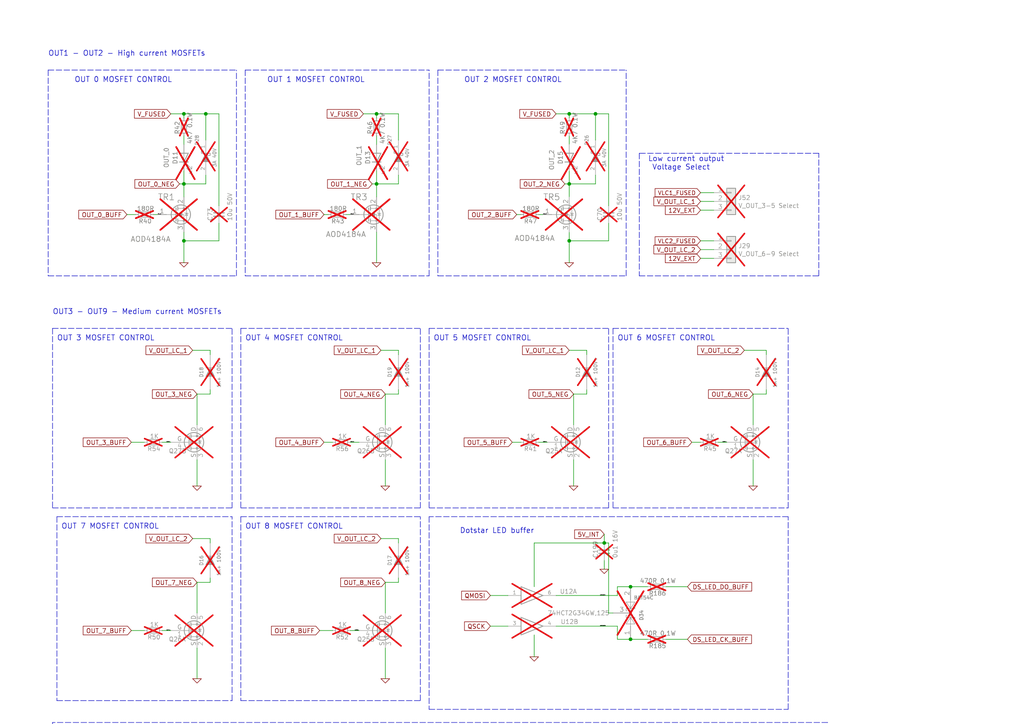
<source format=kicad_sch>
(kicad_sch (version 20250114) (generator "eeschema") (generator_version "9.0")
  (paper "A4")
  (title_block (title "Duet 3 Main Board 3DP") (date "2023-02-22") (rev "1.5") (company "3DPotter") (comment 1 "(c) 3DPotter"))
  (text "Dotstar LED buffer" (at 133.35 154.94 0) (effects (font (size 1.524 1.524)) (justify left bottom)))
  (text "OUT 0 MOSFET CONTROL" (at 21.59 24.13 0) (effects (font (size 1.524 1.524)) (justify left bottom)))
  (text "OUT 7 MOSFET CONTROL" (at 17.78 153.67 0) (effects (font (size 1.524 1.524)) (justify left bottom)))
  (text "OUT3 - OUT9 - Medium current MOSFETs" (at 15.24 91.44 0) (effects (font (size 1.524 1.524)) (justify left bottom)))
  (text "OUT 2 MOSFET CONTROL" (at 134.62 24.13 0) (effects (font (size 1.524 1.524)) (justify left bottom)))
  (text "OUT 5 MOSFET CONTROL" (at 125.73 99.06 0) (effects (font (size 1.524 1.524)) (justify left bottom)))
  (text "OUT 8 MOSFET CONTROL" (at 71.12 153.67 0) (effects (font (size 1.524 1.524)) (justify left bottom)))
  (text "OUT 6 MOSFET CONTROL" (at 179.07 99.06 0) (effects (font (size 1.524 1.524)) (justify left bottom)))
  (text "FET Drives" (at 15.24 213.36 0) (effects (font (size 1.524 1.524)) (justify left bottom)))
  (text "OUT 4 MOSFET CONTROL" (at 71.12 99.06 0) (effects (font (size 1.524 1.524)) (justify left bottom)))
  (text "OUT 3 MOSFET CONTROL" (at 16.51 99.06 0) (effects (font (size 1.524 1.524)) (justify left bottom)))
  (text "OUT 1 MOSFET CONTROL" (at 77.47 24.13 0) (effects (font (size 1.524 1.524)) (justify left bottom)))
  (text "Low current output\n Voltage Select" (at 187.96 49.53 0) (effects (font (size 1.524 1.524)) (justify left bottom)))
  (text "OUT1 - OUT2 - High current MOSFETs" (at 13.97 16.51 0) (effects (font (size 1.524 1.524)) (justify left bottom)))
  (junction (at 173.99 229.87))
  (junction (at 64.77 248.92))
  (junction (at 165.1 53.34))
  (junction (at 109.22 33.02))
  (junction (at 46.99 264.16))
  (junction (at 195.58 215.9))
  (junction (at 109.22 53.34))
  (junction (at 173.99 233.68))
  (junction (at 187.96 264.16))
  (junction (at 41.91 264.16))
  (junction (at 173.99 241.3))
  (junction (at 59.69 33.02))
  (junction (at 172.72 33.02))
  (junction (at 85.09 215.9))
  (junction (at 35.56 264.16))
  (junction (at 53.34 33.02))
  (junction (at 156.21 237.49))
  (junction (at 173.99 248.92))
  (junction (at 182.88 185.42))
  (junction (at 35.56 229.87))
  (junction (at 173.99 252.73))
  (junction (at 182.88 170.18))
  (junction (at 173.99 245.11))
  (junction (at 53.34 264.16))
  (junction (at 53.34 53.34))
  (junction (at 165.1 33.02))
  (junction (at 53.34 241.3))
  (junction (at 85.09 264.16))
  (junction (at 64.77 264.16))
  (junction (at 29.21 226.06))
  (junction (at 173.99 264.16))
  (junction (at 64.77 252.73))
  (junction (at 46.99 237.49))
  (junction (at 165.1 69.85))
  (junction (at 53.34 69.85))
  (junction (at 175.26 157.48))
  (junction (at 41.91 233.68))
  (wire (pts (xy 165.1 53.34) (xy 172.72 53.34)))
  (wire (pts (xy 187.96 170.18) (xy 182.88 170.18)))
  (wire (pts (xy 59.69 53.34) (xy 59.69 50.8)))
  (wire (pts (xy 27.94 233.68) (xy 41.91 233.68)))
  (wire (pts (xy 156.21 252.73) (xy 156.21 237.49)))
  (wire (pts (xy 29.21 254) (xy 29.21 226.06)))
  (wire (pts (xy 176.53 33.02) (xy 176.53 59.69)))
  (wire (pts (xy 27.94 229.87) (xy 35.56 229.87)))
  (wire (pts (xy 85.09 264.16) (xy 85.09 262.89)))
  (wire (pts (xy 166.37 114.3) (xy 166.37 123.19)))
  (wire (pts (xy 154.94 157.48) (xy 175.26 157.48)))
  (wire (pts (xy 27.94 237.49) (xy 46.99 237.49)))
  (wire (pts (xy 35.56 264.16) (xy 29.21 264.16)))
  (polyline (pts (xy 176.53 147.32) (xy 176.53 95.25)) (stroke (width 0) (type dash)))
  (wire (pts (xy 60.96 156.21) (xy 55.88 156.21)))
  (wire (pts (xy 115.57 168.91) (xy 115.57 167.64)))
  (wire (pts (xy 53.34 67.31) (xy 53.34 69.85)))
  (wire (pts (xy 173.99 248.92) (xy 173.99 252.73)))
  (wire (pts (xy 179.07 172.72) (xy 179.07 170.18)))
  (wire (pts (xy 38.1 128.27) (xy 41.91 128.27)))
  (wire (pts (xy 41.91 264.16) (xy 35.56 264.16)))
  (polyline (pts (xy 127 80.01) (xy 181.61 80.01)) (stroke (width 0) (type dash)))
  (wire (pts (xy 53.34 33.02) (xy 53.34 34.29)))
  (wire (pts (xy 41.91 254) (xy 41.91 233.68)))
  (wire (pts (xy 64.77 252.73) (xy 64.77 248.92)))
  (wire (pts (xy 207.01 74.93) (xy 203.2 74.93)))
  (wire (pts (xy 173.99 245.11) (xy 176.53 245.11)))
  (wire (pts (xy 57.15 168.91) (xy 60.96 168.91)))
  (polyline (pts (xy 71.12 20.32) (xy 124.46 20.32)) (stroke (width 0) (type dash)))
  (polyline (pts (xy 124.46 95.25) (xy 124.46 147.32)) (stroke (width 0) (type dash)))
  (wire (pts (xy 100.33 62.23) (xy 101.6 62.23)))
  (polyline (pts (xy 127 20.32) (xy 127 80.01)) (stroke (width 0) (type dash)))
  (wire (pts (xy 115.57 53.34) (xy 115.57 50.8)))
  (wire (pts (xy 199.39 170.18) (xy 193.04 170.18)))
  (wire (pts (xy 204.47 215.9) (xy 195.58 215.9)))
  (wire (pts (xy 35.56 229.87) (xy 66.04 229.87)))
  (wire (pts (xy 207.01 72.39) (xy 203.2 72.39)))
  (polyline (pts (xy 177.8 147.32) (xy 228.6 147.32)) (stroke (width 0) (type dash)))
  (wire (pts (xy 173.99 252.73) (xy 173.99 264.16)))
  (polyline (pts (xy 15.24 95.25) (xy 15.24 147.32)) (stroke (width 0) (type dash)))
  (wire (pts (xy 53.34 49.53) (xy 53.34 53.34)))
  (wire (pts (xy 64.77 264.16) (xy 85.09 264.16)))
  (wire (pts (xy 64.77 252.73) (xy 66.04 252.73)))
  (wire (pts (xy 109.22 33.02) (xy 109.22 34.29)))
  (wire (pts (xy 172.72 33.02) (xy 176.53 33.02)))
  (wire (pts (xy 45.72 62.23) (xy 44.45 62.23)))
  (wire (pts (xy 57.15 168.91) (xy 57.15 177.8)))
  (wire (pts (xy 191.77 215.9) (xy 195.58 215.9)))
  (wire (pts (xy 107.95 237.49) (xy 104.14 237.49)))
  (wire (pts (xy 175.26 162.56) (xy 175.26 165.1)))
  (wire (pts (xy 53.34 39.37) (xy 53.34 41.91)))
  (wire (pts (xy 115.57 157.48) (xy 115.57 156.21)))
  (wire (pts (xy 60.96 114.3) (xy 60.96 113.03)))
  (wire (pts (xy 209.55 215.9) (xy 213.36 215.9)))
  (polyline (pts (xy 69.85 149.86) (xy 69.85 203.2)) (stroke (width 0) (type dash)))
  (wire (pts (xy 172.72 40.64) (xy 172.72 33.02)))
  (wire (pts (xy 38.1 182.88) (xy 41.91 182.88)))
  (wire (pts (xy 154.94 184.15) (xy 154.94 190.5)))
  (wire (pts (xy 41.91 233.68) (xy 66.04 233.68)))
  (wire (pts (xy 173.99 241.3) (xy 173.99 245.11)))
  (polyline (pts (xy 69.85 95.25) (xy 69.85 147.32)) (stroke (width 0) (type dash)))
  (wire (pts (xy 156.21 237.49) (xy 176.53 237.49)))
  (wire (pts (xy 165.1 69.85) (xy 165.1 76.2)))
  (polyline (pts (xy 69.85 95.25) (xy 121.92 95.25)) (stroke (width 0) (type dash)))
  (polyline (pts (xy 228.6 149.86) (xy 124.46 149.86)) (stroke (width 0) (type dash)))
  (wire (pts (xy 46.99 264.16) (xy 41.91 264.16)))
  (wire (pts (xy 111.76 168.91) (xy 115.57 168.91)))
  (polyline (pts (xy 124.46 80.01) (xy 124.46 20.32)) (stroke (width 0) (type dash)))
  (polyline (pts (xy 15.24 147.32) (xy 67.31 147.32)) (stroke (width 0) (type dash)))
  (polyline (pts (xy 16.51 149.86) (xy 16.51 203.2)) (stroke (width 0) (type dash)))
  (wire (pts (xy 179.07 170.18) (xy 182.88 170.18)))
  (wire (pts (xy 165.1 67.31) (xy 165.1 69.85)))
  (wire (pts (xy 173.99 245.11) (xy 173.99 248.92)))
  (polyline (pts (xy 240.03 266.7) (xy 240.03 209.55)) (stroke (width 0) (type dash)))
  (polyline (pts (xy 240.03 209.55) (xy 15.24 209.55)) (stroke (width 0) (type dash)))
  (wire (pts (xy 156.21 257.81) (xy 156.21 264.16)))
  (wire (pts (xy 218.44 133.35) (xy 218.44 140.97)))
  (wire (pts (xy 46.99 128.27) (xy 49.53 128.27)))
  (wire (pts (xy 176.53 64.77) (xy 176.53 69.85)))
  (polyline (pts (xy 228.6 147.32) (xy 228.6 95.25)) (stroke (width 0) (type dash)))
  (polyline (pts (xy 69.85 147.32) (xy 121.92 147.32)) (stroke (width 0) (type dash)))
  (polyline (pts (xy 15.24 266.7) (xy 240.03 266.7)) (stroke (width 0) (type dash)))
  (wire (pts (xy 213.36 215.9) (xy 213.36 220.98)))
  (wire (pts (xy 115.57 102.87) (xy 115.57 101.6)))
  (wire (pts (xy 166.37 114.3) (xy 170.18 114.3)))
  (wire (pts (xy 173.99 229.87) (xy 176.53 229.87)))
  (wire (pts (xy 187.96 185.42) (xy 182.88 185.42)))
  (wire (pts (xy 107.95 229.87) (xy 104.14 229.87)))
  (polyline (pts (xy 127 20.32) (xy 181.61 20.32)) (stroke (width 0) (type dash)))
  (wire (pts (xy 60.96 101.6) (xy 55.88 101.6)))
  (wire (pts (xy 175.26 157.48) (xy 175.26 154.94)))
  (wire (pts (xy 195.58 264.16) (xy 187.96 264.16)))
  (wire (pts (xy 63.5 69.85) (xy 53.34 69.85)))
  (wire (pts (xy 170.18 114.3) (xy 170.18 113.03)))
  (wire (pts (xy 57.15 187.96) (xy 57.15 196.85)))
  (wire (pts (xy 36.83 62.23) (xy 39.37 62.23)))
  (wire (pts (xy 203.2 55.88) (xy 207.01 55.88)))
  (wire (pts (xy 115.57 156.21) (xy 110.49 156.21)))
  (wire (pts (xy 109.22 49.53) (xy 109.22 53.34)))
  (wire (pts (xy 170.18 102.87) (xy 170.18 101.6)))
  (wire (pts (xy 115.57 114.3) (xy 115.57 113.03)))
  (wire (pts (xy 92.71 182.88) (xy 96.52 182.88)))
  (wire (pts (xy 173.99 252.73) (xy 176.53 252.73)))
  (wire (pts (xy 85.09 215.9) (xy 92.71 215.9)))
  (wire (pts (xy 156.21 128.27) (xy 158.75 128.27)))
  (wire (pts (xy 115.57 40.64) (xy 115.57 33.02)))
  (wire (pts (xy 172.72 53.34) (xy 172.72 50.8)))
  (polyline (pts (xy 71.12 20.32) (xy 71.12 80.01)) (stroke (width 0) (type dash)))
  (wire (pts (xy 111.76 114.3) (xy 115.57 114.3)))
  (polyline (pts (xy 69.85 203.2) (xy 121.92 203.2)) (stroke (width 0) (type dash)))
  (wire (pts (xy 107.95 233.68) (xy 104.14 233.68)))
  (wire (pts (xy 35.56 254) (xy 35.56 229.87)))
  (wire (pts (xy 101.6 128.27) (xy 104.14 128.27)))
  (wire (pts (xy 63.5 33.02) (xy 63.5 59.69)))
  (wire (pts (xy 173.99 226.06) (xy 173.99 229.87)))
  (wire (pts (xy 149.86 62.23) (xy 151.13 62.23)))
  (wire (pts (xy 176.53 177.8) (xy 177.8 177.8)))
  (wire (pts (xy 173.99 229.87) (xy 173.99 233.68)))
  (wire (pts (xy 60.96 168.91) (xy 60.96 167.64)))
  (polyline (pts (xy 124.46 205.74) (xy 228.6 205.74)) (stroke (width 0) (type dash)))
  (wire (pts (xy 157.48 62.23) (xy 156.21 62.23)))
  (wire (pts (xy 173.99 226.06) (xy 176.53 226.06)))
  (wire (pts (xy 176.53 69.85) (xy 165.1 69.85)))
  (wire (pts (xy 76.2 215.9) (xy 85.09 215.9)))
  (polyline (pts (xy 16.51 149.86) (xy 67.31 149.86)) (stroke (width 0) (type dash)))
  (wire (pts (xy 161.29 172.72) (xy 179.07 172.72)))
  (wire (pts (xy 207.01 58.42) (xy 203.2 58.42)))
  (polyline (pts (xy 124.46 147.32) (xy 176.53 147.32)) (stroke (width 0) (type dash)))
  (wire (pts (xy 179.07 185.42) (xy 182.88 185.42)))
  (wire (pts (xy 218.44 114.3) (xy 222.25 114.3)))
  (wire (pts (xy 53.34 57.15) (xy 53.34 53.34)))
  (wire (pts (xy 222.25 101.6) (xy 215.9 101.6)))
  (polyline (pts (xy 185.42 80.01) (xy 237.49 80.01)) (stroke (width 0) (type dash)))
  (wire (pts (xy 115.57 101.6) (xy 110.49 101.6)))
  (wire (pts (xy 179.07 181.61) (xy 179.07 185.42)))
  (wire (pts (xy 214.63 237.49) (xy 224.79 237.49)))
  (polyline (pts (xy 124.46 95.25) (xy 176.53 95.25)) (stroke (width 0) (type dash)))
  (wire (pts (xy 111.76 168.91) (xy 111.76 177.8)))
  (wire (pts (xy 27.94 226.06) (xy 29.21 226.06)))
  (wire (pts (xy 46.99 254) (xy 46.99 237.49)))
  (polyline (pts (xy 15.24 95.25) (xy 67.31 95.25)) (stroke (width 0) (type dash)))
  (wire (pts (xy 59.69 33.02) (xy 63.5 33.02)))
  (wire (pts (xy 107.95 226.06) (xy 104.14 226.06)))
  (wire (pts (xy 173.99 233.68) (xy 173.99 241.3)))
  (polyline (pts (xy 13.97 80.01) (xy 68.58 80.01)) (stroke (width 0) (type dash)))
  (wire (pts (xy 195.58 264.16) (xy 195.58 262.89)))
  (wire (pts (xy 156.21 264.16) (xy 173.99 264.16)))
  (polyline (pts (xy 121.92 147.32) (xy 121.92 95.25)) (stroke (width 0) (type dash)))
  (wire (pts (xy 109.22 67.31) (xy 109.22 76.2)))
  (polyline (pts (xy 15.24 209.55) (xy 15.24 266.7)) (stroke (width 0) (type dash)))
  (wire (pts (xy 109.22 53.34) (xy 107.95 53.34)))
  (wire (pts (xy 57.15 133.35) (xy 57.15 140.97)))
  (polyline (pts (xy 68.58 80.01) (xy 68.58 20.32)) (stroke (width 0) (type dash)))
  (wire (pts (xy 170.18 101.6) (xy 165.1 101.6)))
  (polyline (pts (xy 16.51 203.2) (xy 67.31 203.2)) (stroke (width 0) (type dash)))
  (polyline (pts (xy 67.31 147.32) (xy 67.31 95.25)) (stroke (width 0) (type dash)))
  (polyline (pts (xy 121.92 203.2) (xy 121.92 149.86)) (stroke (width 0) (type dash)))
  (wire (pts (xy 111.76 114.3) (xy 111.76 123.19)))
  (polyline (pts (xy 71.12 80.01) (xy 124.46 80.01)) (stroke (width 0) (type dash)))
  (wire (pts (xy 101.6 215.9) (xy 101.6 220.98)))
  (wire (pts (xy 64.77 245.11) (xy 66.04 245.11)))
  (wire (pts (xy 207.01 60.96) (xy 203.2 60.96)))
  (wire (pts (xy 137.16 237.49) (xy 156.21 237.49)))
  (wire (pts (xy 165.1 57.15) (xy 165.1 53.34)))
  (wire (pts (xy 161.29 181.61) (xy 179.07 181.61)))
  (wire (pts (xy 59.69 40.64) (xy 59.69 33.02)))
  (wire (pts (xy 175.26 157.48) (xy 176.53 157.48)))
  (wire (pts (xy 218.44 114.3) (xy 218.44 123.19)))
  (wire (pts (xy 200.66 128.27) (xy 203.2 128.27)))
  (wire (pts (xy 208.28 128.27) (xy 210.82 128.27)))
  (wire (pts (xy 97.79 215.9) (xy 101.6 215.9)))
  (wire (pts (xy 111.76 133.35) (xy 111.76 140.97)))
  (wire (pts (xy 142.24 181.61) (xy 147.32 181.61)))
  (wire (pts (xy 165.1 53.34) (xy 163.83 53.34)))
  (polyline (pts (xy 185.42 44.45) (xy 185.42 80.01)) (stroke (width 0) (type dash)))
  (wire (pts (xy 60.96 157.48) (xy 60.96 156.21)))
  (wire (pts (xy 29.21 259.08) (xy 29.21 264.16)))
  (wire (pts (xy 161.29 33.02) (xy 165.1 33.02)))
  (wire (pts (xy 154.94 157.48) (xy 154.94 170.18)))
  (wire (pts (xy 109.22 33.02) (xy 115.57 33.02)))
  (wire (pts (xy 46.99 237.49) (xy 66.04 237.49)))
  (wire (pts (xy 93.98 62.23) (xy 95.25 62.23)))
  (wire (pts (xy 165.1 49.53) (xy 165.1 53.34)))
  (wire (pts (xy 222.25 102.87) (xy 222.25 101.6)))
  (polyline (pts (xy 177.8 95.25) (xy 228.6 95.25)) (stroke (width 0) (type dash)))
  (wire (pts (xy 66.04 248.92) (xy 64.77 248.92)))
  (wire (pts (xy 57.15 114.3) (xy 57.15 123.19)))
  (wire (pts (xy 203.2 69.85) (xy 207.01 69.85)))
  (wire (pts (xy 53.34 264.16) (xy 46.99 264.16)))
  (wire (pts (xy 53.34 53.34) (xy 52.07 53.34)))
  (wire (pts (xy 53.34 254) (xy 53.34 241.3)))
  (wire (pts (xy 165.1 33.02) (xy 165.1 34.29)))
  (wire (pts (xy 105.41 33.02) (xy 109.22 33.02)))
  (polyline (pts (xy 237.49 44.45) (xy 185.42 44.45)) (stroke (width 0) (type dash)))
  (wire (pts (xy 173.99 264.16) (xy 187.96 264.16)))
  (wire (pts (xy 35.56 259.08) (xy 35.56 264.16)))
  (wire (pts (xy 85.09 265.43) (xy 85.09 264.16)))
  (wire (pts (xy 109.22 57.15) (xy 109.22 53.34)))
  (wire (pts (xy 41.91 259.08) (xy 41.91 264.16)))
  (wire (pts (xy 165.1 33.02) (xy 172.72 33.02)))
  (wire (pts (xy 29.21 226.06) (xy 66.04 226.06)))
  (wire (pts (xy 109.22 53.34) (xy 115.57 53.34)))
  (wire (pts (xy 46.99 182.88) (xy 49.53 182.88)))
  (wire (pts (xy 53.34 264.16) (xy 64.77 264.16)))
  (polyline (pts (xy 69.85 149.86) (xy 121.92 149.86)) (stroke (width 0) (type dash)))
  (wire (pts (xy 64.77 252.73) (xy 64.77 264.16)))
  (polyline (pts (xy 67.31 203.2) (xy 67.31 149.86)) (stroke (width 0) (type dash)))
  (polyline (pts (xy 237.49 80.01) (xy 237.49 44.45)) (stroke (width 0) (type dash)))
  (wire (pts (xy 64.77 248.92) (xy 64.77 245.11)))
  (wire (pts (xy 142.24 172.72) (xy 147.32 172.72)))
  (wire (pts (xy 60.96 102.87) (xy 60.96 101.6)))
  (wire (pts (xy 53.34 53.34) (xy 59.69 53.34)))
  (wire (pts (xy 109.22 39.37) (xy 109.22 41.91)))
  (wire (pts (xy 187.96 265.43) (xy 187.96 264.16)))
  (wire (pts (xy 111.76 187.96) (xy 111.76 196.85)))
  (wire (pts (xy 53.34 241.3) (xy 66.04 241.3)))
  (polyline (pts (xy 177.8 95.25) (xy 177.8 147.32)) (stroke (width 0) (type dash)))
  (wire (pts (xy 166.37 133.35) (xy 166.37 140.97)))
  (polyline (pts (xy 228.6 205.74) (xy 228.6 149.86)) (stroke (width 0) (type dash)))
  (polyline (pts (xy 13.97 20.32) (xy 13.97 80.01)) (stroke (width 0) (type dash)))
  (wire (pts (xy 222.25 114.3) (xy 222.25 113.03)))
  (wire (pts (xy 53.34 259.08) (xy 53.34 264.16)))
  (wire (pts (xy 176.53 248.92) (xy 173.99 248.92)))
  (wire (pts (xy 165.1 39.37) (xy 165.1 41.91)))
  (wire (pts (xy 173.99 241.3) (xy 176.53 241.3)))
  (wire (pts (xy 176.53 157.48) (xy 176.53 177.8)))
  (wire (pts (xy 199.39 185.42) (xy 193.04 185.42)))
  (wire (pts (xy 57.15 114.3) (xy 60.96 114.3)))
  (wire (pts (xy 49.53 33.02) (xy 53.34 33.02)))
  (wire (pts (xy 53.34 33.02) (xy 59.69 33.02)))
  (wire (pts (xy 46.99 259.08) (xy 46.99 264.16)))
  (wire (pts (xy 101.6 182.88) (xy 104.14 182.88)))
  (wire (pts (xy 148.59 128.27) (xy 151.13 128.27)))
  (wire (pts (xy 63.5 64.77) (xy 63.5 69.85)))
  (wire (pts (xy 107.95 241.3) (xy 104.14 241.3)))
  (wire (pts (xy 173.99 233.68) (xy 176.53 233.68)))
  (wire (pts (xy 53.34 69.85) (xy 53.34 76.2)))
  (polyline (pts (xy 181.61 80.01) (xy 181.61 20.32)) (stroke (width 0) (type dash)))
  (wire (pts (xy 27.94 241.3) (xy 53.34 241.3)))
  (polyline (pts (xy 124.46 149.86) (xy 124.46 205.74)) (stroke (width 0) (type dash)))
  (polyline (pts (xy 13.97 20.32) (xy 68.58 20.32)) (stroke (width 0) (type dash)))
  (wire (pts (xy 93.98 128.27) (xy 96.52 128.27)))
  (label "out3_g" (at 48.26 128.27 0) (effects (font (size 0.2032 0.2032))))
  (label "TR1_G" (at 45.72 62.23 0) (effects (font (size 0.2032 0.2032))))
  (label "out8_g" (at 102.87 182.88 0) (effects (font (size 0.2032 0.2032))))
  (label "U12_OUTB" (at 173.99 181.61 0) (effects (font (size 0.2032 0.2032))))
  (label "out7_g" (at 48.26 182.88 0) (effects (font (size 0.2032 0.2032))))
  (label "U12_OUTA" (at 173.99 172.72 0) (effects (font (size 0.2032 0.2032))))
  (label "TR3_G" (at 101.6 62.23 0) (effects (font (size 0.2032 0.2032))))
  (label "TR5_G" (at 157.48 62.23 0) (effects (font (size 0.2032 0.2032))))
  (label "out6_g" (at 209.55 128.27 0) (effects (font (size 0.2032 0.2032))))
  (label "out4_g" (at 101.6 128.27 0) (effects (font (size 0.2032 0.2032))))
  (label "out5_g" (at 157.48 128.27 0) (effects (font (size 0.2032 0.2032))))
  (global_label "QMOSI" (shape input) (at 142.24 172.72 180) (property "Intersheetrefs" "${INTERSHEET_REFS}" (effects (hide yes))))
  (global_label "DS_LED_DO_BUFF" (shape input) (at 199.39 170.18 0) (property "Intersheetrefs" "${INTERSHEET_REFS}" (effects (hide yes))))
  (global_label "OUT_6_BUFF" (shape input) (at 107.95 226.06 0) (property "Intersheetrefs" "${INTERSHEET_REFS}" (effects (hide yes))))
  (global_label "OUT_1_BUFF" (shape input) (at 107.95 241.3 0) (property "Intersheetrefs" "${INTERSHEET_REFS}" (effects (hide yes))))
  (global_label "OUT_6_NEG" (shape input) (at 218.44 114.3 180) (property "Intersheetrefs" "${INTERSHEET_REFS}" (effects (hide yes))))
  (global_label "OUT_8_BUFF" (shape input) (at 92.71 182.88 180) (property "Intersheetrefs" "${INTERSHEET_REFS}" (effects (hide yes))))
  (global_label "V_FUSED" (shape input) (at 161.29 33.02 180) (property "Intersheetrefs" "${INTERSHEET_REFS}" (effects (hide yes))))
  (global_label "VFD_BUFF" (shape input) (at 224.79 237.49 0) (property "Intersheetrefs" "${INTERSHEET_REFS}" (effects (hide yes))))
  (global_label "5V_INT" (shape input) (at 76.2 215.9 180) (property "Intersheetrefs" "${INTERSHEET_REFS}" (effects (hide yes))))
  (global_label "OUT_4_BUFF" (shape input) (at 107.95 229.87 0) (property "Intersheetrefs" "${INTERSHEET_REFS}" (effects (hide yes))))
  (global_label "OUT_4_BUFF" (shape input) (at 93.98 128.27 180) (property "Intersheetrefs" "${INTERSHEET_REFS}" (effects (hide yes))))
  (global_label "12V_EXT" (shape input) (at 203.2 74.93 180) (property "Intersheetrefs" "${INTERSHEET_REFS}" (effects (hide yes))))
  (global_label "OUT_5_NEG" (shape input) (at 166.37 114.3 180) (property "Intersheetrefs" "${INTERSHEET_REFS}" (effects (hide yes))))
  (global_label "V_OUT_LC_1" (shape input) (at 110.49 101.6 180) (property "Intersheetrefs" "${INTERSHEET_REFS}" (effects (hide yes))))
  (global_label "OUT_2" (shape input) (at 27.94 237.49 180) (property "Intersheetrefs" "${INTERSHEET_REFS}" (effects (hide yes))))
  (global_label "OUT_5_BUFF" (shape input) (at 148.59 128.27 180) (property "Intersheetrefs" "${INTERSHEET_REFS}" (effects (hide yes))))
  (global_label "V_OUT_LC_2" (shape input) (at 110.49 156.21 180) (property "Intersheetrefs" "${INTERSHEET_REFS}" (effects (hide yes))))
  (global_label "QSCK" (shape input) (at 142.24 181.61 180) (property "Intersheetrefs" "${INTERSHEET_REFS}" (effects (hide yes))))
  (global_label "VLC2_FUSED" (shape input) (at 203.2 69.85 180) (effects (font (size 1.1938 1.1938))) (property "Intersheetrefs" "${INTERSHEET_REFS}" (effects (hide yes))))
  (global_label "V_OUT_LC_2" (shape input) (at 55.88 156.21 180) (property "Intersheetrefs" "${INTERSHEET_REFS}" (effects (hide yes))))
  (global_label "OUT_1_BUFF" (shape input) (at 93.98 62.23 180) (property "Intersheetrefs" "${INTERSHEET_REFS}" (effects (hide yes))))
  (global_label "OUT_6" (shape input) (at 27.94 226.06 180) (property "Intersheetrefs" "${INTERSHEET_REFS}" (effects (hide yes))))
  (global_label "OUT_7_NEG" (shape input) (at 57.15 168.91 180) (property "Intersheetrefs" "${INTERSHEET_REFS}" (effects (hide yes))))
  (global_label "OUT_2_BUFF" (shape input) (at 107.95 237.49 0) (property "Intersheetrefs" "${INTERSHEET_REFS}" (effects (hide yes))))
  (global_label "OUT_2_NEG" (shape input) (at 163.83 53.34 180) (property "Intersheetrefs" "${INTERSHEET_REFS}" (effects (hide yes))))
  (global_label "DS_LED_CK_BUFF" (shape input) (at 199.39 185.42 0) (property "Intersheetrefs" "${INTERSHEET_REFS}" (effects (hide yes))))
  (global_label "OUT_3_BUFF" (shape input) (at 38.1 128.27 180) (property "Intersheetrefs" "${INTERSHEET_REFS}" (effects (hide yes))))
  (global_label "OUT_2_BUFF" (shape input) (at 149.86 62.23 180) (property "Intersheetrefs" "${INTERSHEET_REFS}" (effects (hide yes))))
  (global_label "OUT_3_BUFF" (shape input) (at 107.95 233.68 0) (property "Intersheetrefs" "${INTERSHEET_REFS}" (effects (hide yes))))
  (global_label "V_OUT_LC_2" (shape input) (at 203.2 72.39 180) (property "Intersheetrefs" "${INTERSHEET_REFS}" (effects (hide yes))))
  (global_label "V_OUT_LC_1" (shape input) (at 55.88 101.6 180) (property "Intersheetrefs" "${INTERSHEET_REFS}" (effects (hide yes))))
  (global_label "OUT_6_BUFF" (shape input) (at 200.66 128.27 180) (property "Intersheetrefs" "${INTERSHEET_REFS}" (effects (hide yes))))
  (global_label "5V_INT" (shape input) (at 191.77 215.9 180) (property "Intersheetrefs" "${INTERSHEET_REFS}" (effects (hide yes))))
  (global_label "V_FUSED" (shape input) (at 49.53 33.02 180) (property "Intersheetrefs" "${INTERSHEET_REFS}" (effects (hide yes))))
  (global_label "V_OUT_LC_1" (shape input) (at 203.2 58.42 180) (property "Intersheetrefs" "${INTERSHEET_REFS}" (effects (hide yes))))
  (global_label "VLC1_FUSED" (shape input) (at 203.2 55.88 180) (effects (font (size 1.1938 1.1938))) (property "Intersheetrefs" "${INTERSHEET_REFS}" (effects (hide yes))))
  (global_label "V_FUSED" (shape input) (at 105.41 33.02 180) (property "Intersheetrefs" "${INTERSHEET_REFS}" (effects (hide yes))))
  (global_label "OUT_4_NEG" (shape input) (at 111.76 114.3 180) (property "Intersheetrefs" "${INTERSHEET_REFS}" (effects (hide yes))))
  (global_label "OUT_0_BUFF" (shape input) (at 36.83 62.23 180) (property "Intersheetrefs" "${INTERSHEET_REFS}" (effects (hide yes))))
  (global_label "OUT_3_NEG" (shape input) (at 57.15 114.3 180) (property "Intersheetrefs" "${INTERSHEET_REFS}" (effects (hide yes))))
  (global_label "VFD" (shape input) (at 137.16 237.49 180) (property "Intersheetrefs" "${INTERSHEET_REFS}" (effects (hide yes))))
  (global_label "OUT_8_NEG" (shape input) (at 111.76 168.91 180) (property "Intersheetrefs" "${INTERSHEET_REFS}" (effects (hide yes))))
  (global_label "OUT_1" (shape input) (at 27.94 241.3 180) (property "Intersheetrefs" "${INTERSHEET_REFS}" (effects (hide yes))))
  (global_label "OUT_7_BUFF" (shape input) (at 38.1 182.88 180) (property "Intersheetrefs" "${INTERSHEET_REFS}" (effects (hide yes))))
  (global_label "OUT_1_NEG" (shape input) (at 107.95 53.34 180) (property "Intersheetrefs" "${INTERSHEET_REFS}" (effects (hide yes))))
  (global_label "V_OUT_LC_2" (shape input) (at 215.9 101.6 180) (property "Intersheetrefs" "${INTERSHEET_REFS}" (effects (hide yes))))
  (global_label "5V_INT" (shape input) (at 175.26 154.94 180) (property "Intersheetrefs" "${INTERSHEET_REFS}" (effects (hide yes))))
  (global_label "V_OUT_LC_1" (shape input) (at 165.1 101.6 180) (property "Intersheetrefs" "${INTERSHEET_REFS}" (effects (hide yes))))
  (global_label "12V_EXT" (shape input) (at 203.2 60.96 180) (property "Intersheetrefs" "${INTERSHEET_REFS}" (effects (hide yes))))
  (global_label "OUT_3" (shape input) (at 27.94 233.68 180) (property "Intersheetrefs" "${INTERSHEET_REFS}" (effects (hide yes))))
  (global_label "OUT_4" (shape input) (at 27.94 229.87 180) (property "Intersheetrefs" "${INTERSHEET_REFS}" (effects (hide yes))))
  (global_label "OUT_0_NEG" (shape input) (at 52.07 53.34 180) (property "Intersheetrefs" "${INTERSHEET_REFS}" (effects (hide yes))))
  (symbol (lib_name "GND_9") (lib_id "Duet3:GND") (at 166.37 140.97 0) (unit 1)
    (property "Reference" "#PWR055" (effects (hide yes)))
    (property "Value" "GND" (effects (hide yes)))
  )
  (symbol (lib_id "Device:R_Small") (at 46.99 256.54 180) (unit 1) (in_bom no) (on_board no) (dnp yes)
    (property "Reference" "R39" (at 45.085 256.7432 90))
    (property "Value" "10K" (at 48.7172 256.8448 90))
    (property "Footprint" "Resistor_SMD:R_0402_1005Metric_Wbry" (effects (hide yes)))
    (property "Datasheet" "~" (at 46.99 256.54 0) (effects (font (size 1.524 1.524))))
    (property "Part Number" "RMCS0402FT10K0" (effects (hide yes)))
  )
  (symbol (lib_id "Device:R_Small") (at 153.67 128.27 270) (unit 1) (in_bom no) (on_board no) (dnp yes)
    (property "Reference" "R41" (at 153.8732 130.175 90))
    (property "Value" "1K" (at 153.9748 126.5428 90))
    (property "Footprint" "Resistor_SMD:R_0402_1005Metric_Wbry" (effects (hide yes)))
    (property "Datasheet" "~" (at 153.67 128.27 0) (effects (font (size 1.524 1.524))))
    (property "Part Number" "RC0402FR-131KL" (effects (hide yes)))
  )
  (symbol (lib_id "Duet3:DIODE") (at 170.18 107.95 90) (unit 1) (in_bom no) (on_board no) (dnp yes)
    (property "Reference" "D12" (at 167.64 107.95 0) (effects (font (size 1.016 1.016))))
    (property "Value" "1A+ 100V+" (at 172.72 107.95 0) (effects (font (size 1.016 1.016))))
    (property "Footprint" "complib:DO-219AB" (effects (hide yes)))
    (property "Part Number" "VS-1EFH02HM3/I /  ES1CL RVG" (effects (hide yes)))
  )
  (symbol (lib_id "Device:C_Small") (at 95.25 215.9 90) (unit 1) (in_bom no) (on_board no) (dnp yes)
    (property "Reference" "C71" (at 97.155 218.44 90) (effects (justify left)))
    (property "Value" "0u1 16V" (at 97.155 212.725 90) (effects (justify left)))
    (property "Footprint" "Capacitor_SMD:C_0402_1005Metric_Wbry" (effects (hide yes)))
    (property "Part Number" "0402YC104KAT2A" (effects (hide yes)))
  )
  (symbol (lib_name "GND_6") (lib_id "Duet3:GND") (at 101.6 220.98 0) (unit 1)
    (property "Reference" "#PWR057" (effects (hide yes)))
    (property "Value" "GND" (effects (hide yes)))
  )
  (symbol (lib_name "GND_11") (lib_id "Duet3:GND") (at 218.44 140.97 0) (unit 1)
    (property "Reference" "#PWR059" (effects (hide yes)))
    (property "Value" "GND" (effects (hide yes)))
  )
  (symbol (lib_id "Device:R_Small") (at 205.74 128.27 270) (unit 1) (in_bom no) (on_board no) (dnp yes)
    (property "Reference" "R45" (at 205.9432 130.175 90))
    (property "Value" "1K" (at 206.0448 126.5428 90))
    (property "Footprint" "Resistor_SMD:R_0402_1005Metric_Wbry" (effects (hide yes)))
    (property "Datasheet" "~" (at 205.74 128.27 0) (effects (font (size 1.524 1.524))))
    (property "Part Number" "RC0402FR-131KL" (effects (hide yes)))
  )
  (symbol (lib_id "Duet3:DIODE") (at 222.25 107.95 90) (unit 1) (in_bom no) (on_board no) (dnp yes)
    (property "Reference" "D14" (at 219.71 107.95 0) (effects (font (size 1.016 1.016))))
    (property "Value" "1A+ 100V+" (at 224.79 107.95 0) (effects (font (size 1.016 1.016))))
    (property "Footprint" "complib:DO-219AB" (effects (hide yes)))
    (property "Part Number" "VS-1EFH02HM3/I /  ES1CL RVG" (effects (hide yes)))
  )
  (symbol (lib_name "GND_3") (lib_id "Duet3:GND") (at 57.15 196.85 0) (unit 1)
    (property "Reference" "#PWR061" (effects (hide yes)))
    (property "Value" "GND" (effects (hide yes)))
  )
  (symbol (lib_id "Device:R_Small") (at 44.45 182.88 270) (unit 1) (in_bom no) (on_board no) (dnp yes)
    (property "Reference" "R50" (at 44.6532 184.785 90))
    (property "Value" "1K" (at 44.7548 181.1528 90))
    (property "Footprint" "Resistor_SMD:R_0402_1005Metric_Wbry" (effects (hide yes)))
    (property "Datasheet" "~" (at 44.45 182.88 0) (effects (font (size 1.524 1.524))))
    (property "Part Number" "RC0402FR-131KL" (effects (hide yes)))
  )
  (symbol (lib_id "Duet3:DIODE") (at 60.96 162.56 90) (unit 1) (in_bom no) (on_board no) (dnp yes)
    (property "Reference" "D16" (at 58.42 162.56 0) (effects (font (size 1.016 1.016))))
    (property "Value" "1A+ 100V+" (at 63.5 162.56 0) (effects (font (size 1.016 1.016))))
    (property "Footprint" "complib:DO-219AB" (effects (hide yes)))
    (property "Part Number" "VS-1EFH02HM3/I /  ES1CL RVG" (effects (hide yes)))
  )
  (symbol (lib_name "GND_5") (lib_id "Duet3:GND") (at 111.76 196.85 0) (unit 1)
    (property "Reference" "#PWR062" (effects (hide yes)))
    (property "Value" "GND" (effects (hide yes)))
  )
  (symbol (lib_id "Device:R_Small") (at 99.06 182.88 270) (unit 1) (in_bom no) (on_board no) (dnp yes)
    (property "Reference" "R52" (at 99.2632 184.785 90))
    (property "Value" "1K" (at 99.3648 181.1528 90))
    (property "Footprint" "Resistor_SMD:R_0402_1005Metric_Wbry" (effects (hide yes)))
    (property "Datasheet" "~" (at 99.06 182.88 0) (effects (font (size 1.524 1.524))))
    (property "Part Number" "RC0402FR-131KL" (effects (hide yes)))
  )
  (symbol (lib_id "Duet3:DIODE") (at 115.57 162.56 90) (unit 1) (in_bom no) (on_board no) (dnp yes)
    (property "Reference" "D17" (at 113.03 162.56 0) (effects (font (size 1.016 1.016))))
    (property "Value" "1A+ 100V+" (at 118.11 162.56 0) (effects (font (size 1.016 1.016))))
    (property "Footprint" "complib:DO-219AB" (effects (hide yes)))
    (property "Part Number" "VS-1EFH02HM3/I /  ES1CL RVG" (effects (hide yes)))
  )
  (symbol (lib_name "GND_14") (lib_id "Duet3:GND") (at 57.15 140.97 0) (unit 1)
    (property "Reference" "#PWR063" (effects (hide yes)))
    (property "Value" "GND" (effects (hide yes)))
  )
  (symbol (lib_id "Device:R_Small") (at 156.21 255.27 180) (unit 1)
    (property "Reference" "R53" (at 154.305 255.4732 90))
    (property "Value" "10K" (at 157.9372 255.5748 90))
    (property "Footprint" "Resistor_SMD:R_0402_1005Metric_Wbry" (effects (hide yes)))
    (property "Datasheet" "~" (at 156.21 255.27 0) (effects (font (size 1.524 1.524))))
    (property "Part Number" "AC0402FR-0710KL" (effects (hide yes)))
    (property "LCSC" "C144807" (effects (hide yes)))
  )
  (symbol (lib_id "Device:R_Small") (at 44.45 128.27 270) (unit 1) (in_bom no) (on_board no) (dnp yes)
    (property "Reference" "R54" (at 44.6532 130.175 90))
    (property "Value" "1K" (at 44.7548 126.5428 90))
    (property "Footprint" "Resistor_SMD:R_0402_1005Metric_Wbry" (effects (hide yes)))
    (property "Datasheet" "~" (at 44.45 128.27 0) (effects (font (size 1.524 1.524))))
    (property "Part Number" "RC0402FR-131KL" (effects (hide yes)))
  )
  (symbol (lib_id "Duet3:DIODE") (at 60.96 107.95 90) (unit 1) (in_bom no) (on_board no) (dnp yes)
    (property "Reference" "D18" (at 58.42 107.95 0) (effects (font (size 1.016 1.016))))
    (property "Value" "1A+ 100V+" (at 63.5 107.95 0) (effects (font (size 1.016 1.016))))
    (property "Footprint" "complib:DO-219AB" (effects (hide yes)))
    (property "Part Number" "VS-1EFH02HM3/I /  ES1CL RVG" (effects (hide yes)))
  )
  (symbol (lib_name "GND_13") (lib_id "Duet3:GND") (at 111.76 140.97 0) (unit 1)
    (property "Reference" "#PWR064" (effects (hide yes)))
    (property "Value" "GND" (effects (hide yes)))
  )
  (symbol (lib_id "Device:R_Small") (at 99.06 128.27 270) (unit 1) (in_bom no) (on_board no) (dnp yes)
    (property "Reference" "R56" (at 99.2632 130.175 90))
    (property "Value" "1K" (at 99.3648 126.5428 90))
    (property "Footprint" "Resistor_SMD:R_0402_1005Metric_Wbry" (effects (hide yes)))
    (property "Datasheet" "~" (at 99.06 128.27 0) (effects (font (size 1.524 1.524))))
    (property "Part Number" "RC0402FR-131KL" (effects (hide yes)))
  )
  (symbol (lib_id "Duet3:DIODE") (at 115.57 107.95 90) (unit 1) (in_bom no) (on_board no) (dnp yes)
    (property "Reference" "D19" (at 113.03 107.95 0) (effects (font (size 1.016 1.016))))
    (property "Value" "1A+ 100V+" (at 118.11 107.95 0) (effects (font (size 1.016 1.016))))
    (property "Footprint" "complib:DO-219AB" (effects (hide yes)))
    (property "Part Number" "VS-1EFH02HM3/I /  ES1CL RVG" (effects (hide yes)))
  )
  (symbol (lib_id "Device:Q_NMOS_GDS") (at 50.8 62.23 0) (unit 1) (in_bom no) (on_board no) (dnp yes)
    (property "Reference" "TR1" (at 48.26 57.15 0) (effects (font (size 1.778 1.778))))
    (property "Value" "AOD4184A" (at 43.688 69.342 0) (effects (font (size 1.524 1.524))))
    (property "Footprint" "Package_TO_SOT_SMD:TO-252-2_vias" (effects (hide yes)))
    (property "Part Number" "AOD66406 / AOD4184A " (effects (hide yes)))
  )
  (symbol (lib_id "Duet3:GND") (at 53.34 76.2 0) (unit 1)
    (property "Reference" "#PWR054" (effects (hide yes)))
    (property "Value" "GND" (effects (hide yes)))
  )
  (symbol (lib_id "Device:R_Small") (at 41.91 62.23 270) (unit 1) (in_bom no) (on_board no) (dnp yes)
    (property "Reference" "R40" (at 42.1132 64.135 90))
    (property "Value" "180R" (at 42.2148 60.5028 90))
    (property "Footprint" "Resistor_SMD:R_0402_1005Metric_Wbry" (effects (hide yes)))
    (property "Datasheet" "~" (at 41.91 62.23 0) (effects (font (size 1.524 1.524))))
    (property "Part Number" "RMCF0402FT180R" (effects (hide yes)))
  )
  (symbol (lib_id "Device:C_Small") (at 176.53 62.23 0) (unit 1) (in_bom no) (on_board no) (dnp yes)
    (property "Reference" "C70" (at 173.99 64.135 90) (effects (justify left)))
    (property "Value" "10u 50V" (at 179.705 64.135 90) (effects (justify left)))
    (property "Footprint" "Capacitor_SMD:C_1206_3216Metric" (effects (hide yes)))
    (property "Part Number" "CL31A106KBHNNNE" (effects (hide yes)))
  )
  (symbol (lib_id "Device:LED") (at 53.34 45.72 90) (unit 1) (in_bom no) (on_board no) (dnp yes)
    (property "Reference" "D11" (at 50.8 45.72 0))
    (property "Value" "OUT_0" (at 48.26 45.72 0))
    (property "Footprint" "LED_SMD:LED_0603_1608Metric" (effects (hide yes)))
    (property "Part Number" "150060RS75000 or equivalent Red" (effects (hide yes)))
  )
  (symbol (lib_id "Device:R_Small") (at 53.34 36.83 180) (unit 1) (in_bom no) (on_board no) (dnp yes)
    (property "Reference" "R42" (at 51.435 37.0332 90))
    (property "Value" "4K7 0.1W" (at 55.0672 37.1348 90))
    (property "Footprint" "Resistor_SMD:R_0402_1005Metric_Wbry" (effects (hide yes)))
    (property "Datasheet" "~" (at 53.34 36.83 0) (effects (font (size 1.524 1.524))))
    (property "Part Number" "RK73H1ETTP4701F" (effects (hide yes)))
  )
  (symbol (lib_id "Duet3:74HCT365") (at 85.09 237.49 0) (unit 1) (in_bom no) (on_board no) (dnp yes)
    (property "Reference" "U8" (at 85.09 234.95 0) (effects (font (size 1.524 1.524))))
    (property "Value" "74HCT365" (at 83.82 240.03 0) (effects (font (size 1.524 1.524))))
    (property "Footprint" "Package_SO:TSSOP-16_4.4x5mm_P0.65mm" (effects (hide yes)))
    (property "Part Number" "MC74HCT365ADTR2G" (effects (hide yes)))
  )
  (symbol (lib_id "Device:Q_NMOS_GDS") (at 106.68 62.23 0) (unit 1) (in_bom no) (on_board no) (dnp yes)
    (property "Reference" "TR3" (at 104.14 57.15 0) (effects (font (size 1.778 1.778))))
    (property "Value" "AOD4184A" (at 100.33 67.945 0) (effects (font (size 1.524 1.524))))
    (property "Footprint" "Package_TO_SOT_SMD:TO-252-2_vias" (effects (hide yes)))
    (property "Part Number" "AOD66406 / AOD4184A " (effects (hide yes)))
  )
  (symbol (lib_name "GND_8") (lib_id "Duet3:GND") (at 109.22 76.2 0) (unit 1)
    (property "Reference" "#PWR058" (effects (hide yes)))
    (property "Value" "GND" (effects (hide yes)))
  )
  (symbol (lib_id "Device:R_Small") (at 97.79 62.23 270) (unit 1) (in_bom no) (on_board no) (dnp yes)
    (property "Reference" "R43" (at 97.9932 64.135 90))
    (property "Value" "180R" (at 98.0948 60.5028 90))
    (property "Footprint" "Resistor_SMD:R_0402_1005Metric_Wbry" (effects (hide yes)))
    (property "Datasheet" "~" (at 97.79 62.23 0) (effects (font (size 1.524 1.524))))
    (property "Part Number" "RMCF0402FT180R" (effects (hide yes)))
  )
  (symbol (lib_id "Device:LED") (at 109.22 45.72 90) (unit 1) (in_bom no) (on_board no) (dnp yes)
    (property "Reference" "D13" (at 106.68 45.72 0))
    (property "Value" "OUT_1" (at 104.14 45.085 0))
    (property "Footprint" "LED_SMD:LED_0603_1608Metric" (effects (hide yes)))
    (property "Part Number" "150060RS75000 or equivalent Red" (effects (hide yes)))
  )
  (symbol (lib_id "Device:R_Small") (at 109.22 36.83 180) (unit 1) (in_bom no) (on_board no) (dnp yes)
    (property "Reference" "R46" (at 107.315 37.0332 90))
    (property "Value" "4K7 0.1W" (at 110.9472 37.1348 90))
    (property "Footprint" "Resistor_SMD:R_0402_1005Metric_Wbry" (effects (hide yes)))
    (property "Datasheet" "~" (at 109.22 36.83 0) (effects (font (size 1.524 1.524))))
    (property "Part Number" "RK73H1ETTP4701F" (effects (hide yes)))
  )
  (symbol (lib_id "Device:Q_NMOS_GDS") (at 162.56 62.23 0) (unit 1) (in_bom no) (on_board no) (dnp yes)
    (property "Reference" "TR5" (at 160.02 57.15 0) (effects (font (size 1.778 1.778))))
    (property "Value" "AOD4184A" (at 155.067 69.088 0) (effects (font (size 1.524 1.524))))
    (property "Footprint" "Package_TO_SOT_SMD:TO-252-2_vias" (effects (hide yes)))
    (property "Part Number" "AOD66406 / AOD4184A " (effects (hide yes)))
  )
  (symbol (lib_name "GND_12") (lib_id "Duet3:GND") (at 165.1 76.2 0) (unit 1)
    (property "Reference" "#PWR060" (effects (hide yes)))
    (property "Value" "GND" (effects (hide yes)))
  )
  (symbol (lib_id "Device:R_Small") (at 153.67 62.23 270) (unit 1) (in_bom no) (on_board no) (dnp yes)
    (property "Reference" "R47" (at 153.8732 64.135 90))
    (property "Value" "180R" (at 153.9748 60.5028 90))
    (property "Footprint" "Resistor_SMD:R_0402_1005Metric_Wbry" (effects (hide yes)))
    (property "Datasheet" "~" (at 153.67 62.23 0) (effects (font (size 1.524 1.524))))
    (property "Part Number" "RMCF0402FT180R" (effects (hide yes)))
  )
  (symbol (lib_id "Device:C_Small") (at 63.5 62.23 0) (unit 1) (in_bom no) (on_board no) (dnp yes)
    (property "Reference" "C73" (at 60.96 64.135 90) (effects (justify left)))
    (property "Value" "10u 50V" (at 66.675 64.135 90) (effects (justify left)))
    (property "Footprint" "Capacitor_SMD:C_1206_3216Metric" (effects (hide yes)))
    (property "Part Number" "CL31A106KBHNNNE" (effects (hide yes)))
  )
  (symbol (lib_id "Device:LED") (at 165.1 45.72 90) (unit 1) (in_bom no) (on_board no) (dnp yes)
    (property "Reference" "D15" (at 162.56 45.72 0))
    (property "Value" "OUT_2" (at 160.02 46.355 0))
    (property "Footprint" "LED_SMD:LED_0603_1608Metric" (effects (hide yes)))
    (property "Part Number" "150060RS75000 or equivalent Red" (effects (hide yes)))
  )
  (symbol (lib_id "Device:R_Small") (at 165.1 36.83 180) (unit 1) (in_bom no) (on_board no) (dnp yes)
    (property "Reference" "R49" (at 163.195 37.0332 90))
    (property "Value" "4K7 0.1W" (at 166.8272 37.1348 90))
    (property "Footprint" "Resistor_SMD:R_0402_1005Metric_Wbry" (effects (hide yes)))
    (property "Datasheet" "~" (at 165.1 36.83 0) (effects (font (size 1.524 1.524))))
    (property "Part Number" "RK73H1ETTP4701F" (effects (hide yes)))
  )
  (symbol (lib_name "GND_4") (lib_id "Duet3:GND") (at 85.09 265.43 0) (unit 1)
    (property "Reference" "#PWR056" (effects (hide yes)))
    (property "Value" "GND" (effects (hide yes)))
  )
  (symbol (lib_id "Device:C_Small") (at 207.01 215.9 90) (unit 1)
    (property "Reference" "C74" (at 208.915 218.44 90) (effects (justify left)))
    (property "Value" "100nF 16V" (at 208.915 212.725 90) (effects (justify left)))
    (property "Footprint" "Capacitor_SMD:C_0402_1005Metric_Wbry" (effects (hide yes)))
    (property "Part Number" "GRM155R71C104KA88D" (effects (hide yes)))
    (property "LCSC" "C71629" (effects (hide yes)))
  )
  (symbol (lib_name "GND_2") (lib_id "Duet3:GND") (at 213.36 220.98 0) (unit 1)
    (property "Reference" "#PWR066" (effects (hide yes)))
    (property "Value" "GND" (effects (hide yes)))
  )
  (symbol (lib_id "Duet3:74HCT365") (at 195.58 237.49 0) (unit 1)
    (property "Reference" "U9" (at 195.58 234.95 0) (effects (font (size 1.524 1.524))))
    (property "Value" "74HCT365" (at 194.31 238.76 0) (effects (font (size 1.524 1.524))))
    (property "Footprint" "Package_SO:SOP-16_3.9x9.9mm_P1.27mm" (effects (hide yes)))
    (property "Part Number" "74HCT365D,653" (effects (hide yes)))
    (property "LCSC" "C547597" (effects (hide yes)))
  )
  (symbol (lib_name "GND_1") (lib_id "Duet3:GND") (at 187.96 265.43 0) (unit 1)
    (property "Reference" "#PWR065" (effects (hide yes)))
    (property "Value" "GND" (effects (hide yes)))
  )
  (symbol (lib_id "Connector_Generic:Conn_01x03") (at 212.09 72.39 0) (unit 1) (in_bom no) (on_board no) (dnp yes)
    (property "Reference" "J29" (at 214.0966 71.3232 0) (effects (justify left)))
    (property "Value" "V_OUT_6-9 Select" (at 214.0966 73.6346 0) (effects (justify left)))
    (property "Footprint" "Connector_PinHeader_2.54mm:PinHeader_1x03_P2.54mm_Vertical" (effects (hide yes)))
    (property "Part Number" "THS-03-R" (effects (hide yes)))
  )
  (symbol (lib_id "Device:R_Small") (at 29.21 256.54 180) (unit 1) (in_bom no) (on_board no) (dnp yes)
    (property "Reference" "R57" (at 27.305 256.7432 90))
    (property "Value" "10K" (at 30.9372 256.8448 90))
    (property "Footprint" "Resistor_SMD:R_0402_1005Metric_Wbry" (effects (hide yes)))
    (property "Datasheet" "~" (at 29.21 256.54 0) (effects (font (size 1.524 1.524))))
    (property "Part Number" "RMCS0402FT10K0" (effects (hide yes)))
  )
  (symbol (lib_id "Device:R_Small") (at 35.56 256.54 180) (unit 1) (in_bom no) (on_board no) (dnp yes)
    (property "Reference" "R58" (at 33.655 256.7432 90))
    (property "Value" "10K" (at 37.2872 256.8448 90))
    (property "Footprint" "Resistor_SMD:R_0402_1005Metric_Wbry" (effects (hide yes)))
    (property "Datasheet" "~" (at 35.56 256.54 0) (effects (font (size 1.524 1.524))))
    (property "Part Number" "RMCS0402FT10K0" (effects (hide yes)))
  )
  (symbol (lib_id "Device:R_Small") (at 41.91 256.54 180) (unit 1) (in_bom no) (on_board no) (dnp yes)
    (property "Reference" "R59" (at 40.005 256.7432 90))
    (property "Value" "10K" (at 43.6372 256.8448 90))
    (property "Footprint" "Resistor_SMD:R_0402_1005Metric_Wbry" (effects (hide yes)))
    (property "Datasheet" "~" (at 41.91 256.54 0) (effects (font (size 1.524 1.524))))
    (property "Part Number" "RMCS0402FT10K0" (effects (hide yes)))
  )
  (symbol (lib_id "Duet3:CDBA540") (at 172.72 45.72 90) (unit 1) (in_bom no) (on_board no) (dnp yes)
    (property "Reference" "D26" (at 170.18 40.64 0) (effects (font (size 1.016 1.016))))
    (property "Value" "3A 40V" (at 175.26 45.72 0) (effects (font (size 1.016 1.016))))
    (property "Footprint" "Diode_SMD:D_SMA" (effects (hide yes)))
    (property "Part Number" "ACDBA340-HF or similar" (effects (hide yes)))
  )
  (symbol (lib_id "Duet3:CDBA540") (at 115.57 45.72 90) (unit 1) (in_bom no) (on_board no) (dnp yes)
    (property "Reference" "D27" (at 113.03 40.64 0) (effects (font (size 1.016 1.016))))
    (property "Value" "3A 40V" (at 118.11 45.72 0) (effects (font (size 1.016 1.016))))
    (property "Footprint" "Diode_SMD:D_SMA" (effects (hide yes)))
    (property "Part Number" "ACDBA340-HF or similar" (effects (hide yes)))
  )
  (symbol (lib_id "Duet3:CDBA540") (at 59.69 45.72 90) (unit 1) (in_bom no) (on_board no) (dnp yes)
    (property "Reference" "D28" (at 57.15 40.64 0) (effects (font (size 1.016 1.016))))
    (property "Value" "3A 40V" (at 62.23 45.72 0) (effects (font (size 1.016 1.016))))
    (property "Footprint" "Diode_SMD:D_SMA" (effects (hide yes)))
    (property "Part Number" "ACDBA340-HF or similar" (effects (hide yes)))
  )
  (symbol (lib_id "Diode:BAT54C") (at 182.88 177.8 270) (mirror x) (unit 1) (in_bom no) (on_board no) (dnp yes)
    (property "Reference" "D34" (at 186.055 178.435 0) (effects (font (size 1.016 1.016))))
    (property "Value" "BAT54C" (at 186.69 173.355 90) (effects (font (size 1.016 1.016))))
    (property "Footprint" "Package_TO_SOT_SMD:SOT-23" (effects (hide yes)))
    (property "Part Number" "BAT54CLT1G" (effects (hide yes)))
  )
  (symbol (lib_id "Device:R_Small") (at 190.5 170.18 270) (unit 1) (in_bom no) (on_board no) (dnp yes)
    (property "Reference" "R186" (at 190.7032 172.085 90))
    (property "Value" "470R 0.1W" (at 190.8048 168.4528 90))
    (property "Footprint" "Resistor_SMD:R_0402_1005Metric_Wbry" (effects (hide yes)))
    (property "Datasheet" "~" (at 190.5 170.18 0) (effects (font (size 1.524 1.524))))
    (property "Part Number" "RK73H1ETTP4700F" (effects (hide yes)))
  )
  (symbol (lib_id "Device:R_Small") (at 190.5 185.42 270) (unit 1) (in_bom no) (on_board no) (dnp yes)
    (property "Reference" "R185" (at 190.7032 187.325 90))
    (property "Value" "470R 0.1W" (at 190.8048 183.6928 90))
    (property "Footprint" "Resistor_SMD:R_0402_1005Metric_Wbry" (effects (hide yes)))
    (property "Datasheet" "~" (at 190.5 185.42 0) (effects (font (size 1.524 1.524))))
    (property "Part Number" "RK73H1ETTP4700F" (effects (hide yes)))
  )
  (symbol (lib_id "Duet3:Q_DUAL_NMOS_Power33-Device") (at 109.22 182.88 0) (unit 2) (in_bom no) (on_board no) (dnp yes)
    (property "Reference" "Q25" (at 103.505 185.42 0) (effects (justify left)))
    (property "Value" "Q_DUAL_NMOS" (effects (hide yes)))
    (property "Footprint" "Package_SON:Fairchild_DualPower33-6_3x3mm" (effects (hide yes)))
    (property "Part Number" "DMT6018LDR" (effects (hide yes)))
  )
  (symbol (lib_id "Duet3:Q_DUAL_NMOS_Power33-Device") (at 54.61 128.27 0) (unit 2) (in_bom no) (on_board no) (dnp yes)
    (property "Reference" "Q27" (at 48.895 130.81 0) (effects (justify left)))
    (property "Value" "Q_DUAL_NMOS" (effects (hide yes)))
    (property "Footprint" "Package_SON:Fairchild_DualPower33-6_3x3mm" (effects (hide yes)))
    (property "Part Number" "DMT6018LDR" (effects (hide yes)))
  )
  (symbol (lib_id "Duet3:Q_DUAL_NMOS_Power33-Device") (at 109.22 128.27 0) (unit 2) (in_bom no) (on_board no) (dnp yes)
    (property "Reference" "Q26" (at 103.505 130.81 0) (effects (justify left)))
    (property "Value" "Q_DUAL_NMOS" (effects (hide yes)))
    (property "Footprint" "Package_SON:Fairchild_DualPower33-6_3x3mm" (effects (hide yes)))
    (property "Part Number" "DMT6018LDR" (effects (hide yes)))
  )
  (symbol (lib_id "Duet3:Q_DUAL_NMOS_Power33-Device") (at 163.83 128.27 0) (unit 1) (in_bom no) (on_board no) (dnp yes)
    (property "Reference" "Q25" (at 158.115 130.81 0) (effects (justify left)))
    (property "Value" "Q_DUAL_NMOS" (effects (hide yes)))
    (property "Footprint" "Package_SON:Fairchild_DualPower33-6_3x3mm" (effects (hide yes)))
    (property "Part Number" "DMT6018LDR" (effects (hide yes)))
  )
  (symbol (lib_id "Duet3:Q_DUAL_NMOS_Power33-Device") (at 215.9 128.27 0) (unit 1) (in_bom no) (on_board no) (dnp yes)
    (property "Reference" "Q27" (at 210.185 130.81 0) (effects (justify left)))
    (property "Value" "Q_DUAL_NMOS" (effects (hide yes)))
    (property "Footprint" "Package_SON:Fairchild_DualPower33-6_3x3mm" (effects (hide yes)))
    (property "Part Number" "DMT6018LDR" (effects (hide yes)))
  )
  (symbol (lib_id "Duet3:Q_DUAL_NMOS_Power33-Device") (at 54.61 182.88 0) (unit 1) (in_bom no) (on_board no) (dnp yes)
    (property "Reference" "Q26" (at 48.895 185.42 0) (effects (justify left)))
    (property "Value" "Q_DUAL_NMOS" (effects (hide yes)))
    (property "Footprint" "Package_SON:Fairchild_DualPower33-6_3x3mm" (effects (hide yes)))
    (property "Part Number" "DMT6018LDR" (effects (hide yes)))
  )
  (symbol (lib_id "Device:R_Small") (at 53.34 256.54 180) (unit 1) (in_bom no) (on_board no) (dnp yes)
    (property "Reference" "R116" (at 51.435 256.7432 90))
    (property "Value" "10K" (at 55.0672 256.8448 90))
    (property "Footprint" "Resistor_SMD:R_0402_1005Metric_Wbry" (effects (hide yes)))
    (property "Datasheet" "~" (at 53.34 256.54 0) (effects (font (size 1.524 1.524))))
    (property "Part Number" "RMCS0402FT10K0" (effects (hide yes)))
  )
  (symbol (lib_id "74xGxx:74LVC2G34") (at 154.94 172.72 0) (unit 1) (in_bom no) (on_board no) (dnp yes)
    (property "Reference" "U12" (at 162.3314 171.5516 0) (effects (justify left)))
    (property "Value" "74HCT2G34GW,125" (at 158.75 177.8 0) (effects (justify left)))
    (property "Footprint" "digikey-footprints:SOT-363" (effects (hide yes)))
    (property "Datasheet" "http://www.ti.com/lit/sg/scyt129e/scyt129e.pdf" (effects (hide yes)))
    (property "Part Number" "74HCT2G34GW,125" (effects (hide yes)))
  )
  (symbol (lib_id "74xGxx:74LVC2G34") (at 154.94 181.61 0) (unit 2) (in_bom no) (on_board no) (dnp yes)
    (property "Reference" "U12" (at 162.56 180.34 0) (effects (justify left)))
    (property "Value" "74HCT2G34GW,125" (effects (hide yes)))
    (property "Footprint" "digikey-footprints:SOT-363" (effects (hide yes)))
    (property "Datasheet" "http://www.ti.com/lit/sg/scyt129e/scyt129e.pdf" (effects (hide yes)))
    (property "Part Number" "74HCT2G34GW,125" (effects (hide yes)))
  )
  (symbol (lib_id "Connector_Generic:Conn_01x03") (at 212.09 58.42 0) (unit 1) (in_bom no) (on_board no) (dnp yes)
    (property "Reference" "J52" (at 214.0966 57.3532 0) (effects (justify left)))
    (property "Value" "V_OUT_3-5 Select" (at 214.0966 59.6646 0) (effects (justify left)))
    (property "Footprint" "Connector_PinHeader_2.54mm:PinHeader_1x03_P2.54mm_Vertical" (effects (hide yes)))
    (property "Part Number" "THS-03-R" (effects (hide yes)))
  )
  (symbol (lib_name "GND_7") (lib_id "Duet3:GND") (at 154.94 190.5 0) (unit 1)
    (property "Reference" "#PWR077" (effects (hide yes)))
    (property "Value" "GND" (effects (hide yes)))
  )
  (symbol (lib_id "Device:C_Small") (at 175.26 160.02 0) (unit 1) (in_bom no) (on_board no) (dnp yes)
    (property "Reference" "C199" (at 172.72 161.925 90) (effects (justify left)))
    (property "Value" "0u1 16V" (at 178.435 161.925 90) (effects (justify left)))
    (property "Footprint" "Capacitor_SMD:C_0402_1005Metric_Wbry" (effects (hide yes)))
    (property "Part Number" "0402YC104KAT2A" (effects (hide yes)))
  )
  (symbol (lib_name "GND_10") (lib_id "Duet3:GND") (at 175.26 165.1 0) (unit 1)
    (property "Reference" "#PWR078" (effects (hide yes)))
    (property "Value" "GND" (effects (hide yes)))
  )
)
</source>
